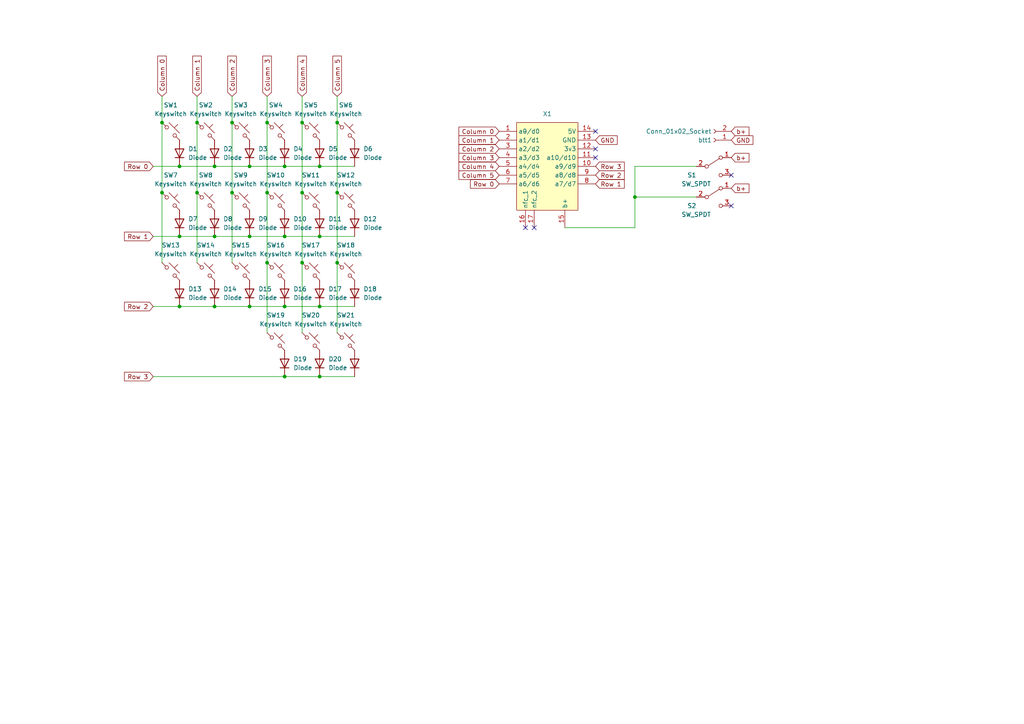
<source format=kicad_sch>
(kicad_sch (version 20230121) (generator eeschema)
  (paper "A4")
  (lib_symbols
    (symbol "Connector:Conn_01x02_Socket" (pin_names (offset 1.016) hide)
      (property "Reference" "J" (at 0 2.54 0))
      (property "Value" "Conn_01x02_Socket" (at 0 -5.08 0))
      (symbol "Conn_01x02_Socket_1_1"
        (arc (start 0 -2.032) (mid -0.5058 -2.54) (end 0 -3.048) (stroke (width 0.1524)))
        (polyline (pts (xy -1.27 -2.54) (xy -0.508 -2.54)) (stroke (width 0.1524)))
        (polyline (pts (xy -1.27 0) (xy -0.508 0)) (stroke (width 0.1524)))
        (arc (start 0 0.508) (mid -0.5058 0) (end 0 -0.508) (stroke (width 0.1524)))
        (pin passive line (at -5.08 0 0) (length 3.81) (name "Pin_1") (number "1"))
        (pin passive line (at -5.08 -2.54 0) (length 3.81) (name "Pin_2") (number "2"))
      )
    )
    (symbol "ScottoKeebs:Placeholder_Diode" (pin_numbers hide) (pin_names hide)
      (property "Reference" "D" (at 0 2.54 0))
      (property "Value" "Diode" (at 0 -2.54 0))
      (symbol "Placeholder_Diode_0_1"
        (polyline (pts (xy -1.27 1.27) (xy -1.27 -1.27)) (stroke (width 0.254)))
        (polyline (pts (xy 1.27 0) (xy -1.27 0)))
        (polyline (pts (xy 1.27 1.27) (xy 1.27 -1.27) (xy -1.27 0) (xy 1.27 1.27)) (stroke (width 0.254)))
      )
      (symbol "Placeholder_Diode_1_1"
        (pin passive line (at -3.81 0 0) (length 2.54) (name "K") (number "1"))
        (pin passive line (at 3.81 0 180) (length 2.54) (name "A") (number "2"))
      )
    )
    (symbol "ScottoKeebs:Placeholder_Keyswitch" (pin_numbers hide) (pin_names (offset 1.016) hide)
      (property "Reference" "SW" (at 3.048 1.016 0))
      (property "Value" "Keyswitch" (at 0 -3.81 0))
      (symbol "Placeholder_Keyswitch_0_1"
        (circle (center -1.1684 1.1684) (radius 0.508))
        (polyline (pts (xy -0.508 2.54) (xy 2.54 -0.508)))
        (polyline (pts (xy 1.016 1.016) (xy 2.032 2.032)))
        (polyline (pts (xy -2.54 2.54) (xy -1.524 1.524) (xy -1.524 1.524)))
        (polyline (pts (xy 1.524 -1.524) (xy 2.54 -2.54) (xy 2.54 -2.54) (xy 2.54 -2.54)))
        (circle (center 1.143 -1.1938) (radius 0.508))
        (pin passive line (at -2.54 2.54 0) (length 0) (name "1") (number "1"))
        (pin passive line (at 2.54 -2.54 180) (length 0) (name "2") (number "2"))
      )
    )
    (symbol "Switch:SW_SPDT" (pin_names (offset 0) hide)
      (property "Reference" "SW" (at 0 4.318 0))
      (property "Value" "SW_SPDT" (at 0 -5.08 0))
      (symbol "SW_SPDT_0_0"
        (circle (center -2.032 0) (radius 0.508))
        (circle (center 2.032 -2.54) (radius 0.508))
      )
      (symbol "SW_SPDT_0_1"
        (polyline (pts (xy -1.524 0.254) (xy 1.651 2.286)))
        (circle (center 2.032 2.54) (radius 0.508))
      )
      (symbol "SW_SPDT_1_1"
        (pin passive line (at 5.08 2.54 180) (length 2.54) (name "A") (number "1"))
        (pin passive line (at -5.08 0 0) (length 2.54) (name "B") (number "2"))
        (pin passive line (at 5.08 -2.54 180) (length 2.54) (name "C") (number "3"))
      )
    )
    (symbol "xiao_ble_symbol:XIAO-nRF52840"
      (property "Reference" "X" (at 0 0 0))
      (symbol "XIAO-nRF52840_1_1"
        (rectangle (start -8.89 5.08) (end 8.89 -20.32) (fill (type background)))
        (pin input line (at -13.97 2.54 0) (length 5.08) (name "a0/d0") (number "1"))
        (pin input line (at 13.97 -7.62 180) (length 5.08) (name "a9/d9") (number "10"))
        (pin input line (at 13.97 -5.08 180) (length 5.08) (name "a10/d10") (number "11"))
        (pin input line (at 13.97 -2.54 180) (length 5.08) (name "3v3") (number "12"))
        (pin input line (at 13.97 0 180) (length 5.08) (name "GND") (number "13"))
        (pin input line (at 13.97 2.54 180) (length 5.08) (name "5V") (number "14"))
        (pin input line (at 5.08 -25.4 90) (length 5.08) (name "b+") (number "15"))
        (pin input line (at -6.35 -25.4 90) (length 5.08) (name "nfc_1") (number "16"))
        (pin input line (at -3.81 -25.4 90) (length 5.08) (name "nfc_2") (number "17"))
        (pin input line (at -13.97 0 0) (length 5.08) (name "a1/d1") (number "2"))
        (pin input line (at -13.97 -2.54 0) (length 5.08) (name "a2/d2") (number "3"))
        (pin input line (at -13.97 -5.08 0) (length 5.08) (name "a3/d3") (number "4"))
        (pin input line (at -13.97 -7.62 0) (length 5.08) (name "a4/d4") (number "5"))
        (pin input line (at -13.97 -10.16 0) (length 5.08) (name "a5/d5") (number "6"))
        (pin input line (at -13.97 -12.7 0) (length 5.08) (name "a6/d6") (number "7"))
        (pin input line (at 13.97 -12.7 180) (length 5.08) (name "a7/d7") (number "8"))
        (pin input line (at 13.97 -10.16 180) (length 5.08) (name "a8/d8") (number "9"))
      )
    )
  )
  (junction (at 52.07 88.9))
  (junction (at 82.55 48.26))
  (junction (at 82.55 68.58))
  (junction (at 77.47 55.88))
  (junction (at 72.39 88.9))
  (junction (at 92.71 88.9))
  (junction (at 57.15 55.88))
  (junction (at 82.55 109.22))
  (junction (at 97.79 35.56))
  (junction (at 62.23 48.26))
  (junction (at 46.99 55.88))
  (junction (at 57.15 35.56))
  (junction (at 97.79 76.2))
  (junction (at 72.39 68.58))
  (junction (at 184.15 57.15))
  (junction (at 67.31 55.88))
  (junction (at 77.47 76.2))
  (junction (at 52.07 68.58))
  (junction (at 82.55 88.9))
  (junction (at 62.23 68.58))
  (junction (at 52.07 48.26))
  (junction (at 92.71 68.58))
  (junction (at 77.47 35.56))
  (junction (at 87.63 76.2))
  (junction (at 97.79 55.88))
  (junction (at 92.71 48.26))
  (junction (at 46.99 35.56))
  (junction (at 62.23 88.9))
  (junction (at 67.31 35.56))
  (junction (at 92.71 109.22))
  (junction (at 87.63 35.56))
  (junction (at 87.63 55.88))
  (junction (at 72.39 48.26))
  (no_connect (at 154.94 66.04))
  (no_connect (at 172.72 38.1))
  (no_connect (at 172.72 45.72))
  (no_connect (at 212.09 50.8))
  (no_connect (at 152.4 66.04))
  (no_connect (at 212.09 59.69))
  (no_connect (at 172.72 43.18))
  (wire (pts (xy 92.71 68.58) (xy 102.87 68.58)))
  (wire (pts (xy 87.63 76.2) (xy 87.63 96.52)))
  (wire (pts (xy 97.79 76.2) (xy 97.79 96.52)))
  (wire (pts (xy 46.99 35.56) (xy 46.99 55.88)))
  (wire (pts (xy 44.45 48.26) (xy 52.07 48.26)))
  (wire (pts (xy 52.07 48.26) (xy 62.23 48.26)))
  (wire (pts (xy 57.15 27.94) (xy 57.15 35.56)))
  (wire (pts (xy 92.71 88.9) (xy 102.87 88.9)))
  (wire (pts (xy 184.15 48.26) (xy 201.93 48.26)))
  (wire (pts (xy 82.55 68.58) (xy 92.71 68.58)))
  (wire (pts (xy 82.55 88.9) (xy 92.71 88.9)))
  (wire (pts (xy 77.47 55.88) (xy 77.47 76.2)))
  (wire (pts (xy 57.15 55.88) (xy 57.15 76.2)))
  (wire (pts (xy 46.99 27.94) (xy 46.99 35.56)))
  (wire (pts (xy 52.07 88.9) (xy 62.23 88.9)))
  (wire (pts (xy 82.55 109.22) (xy 92.71 109.22)))
  (wire (pts (xy 72.39 48.26) (xy 82.55 48.26)))
  (wire (pts (xy 184.15 57.15) (xy 184.15 48.26)))
  (wire (pts (xy 67.31 35.56) (xy 67.31 55.88)))
  (wire (pts (xy 52.07 68.58) (xy 62.23 68.58)))
  (wire (pts (xy 44.45 88.9) (xy 52.07 88.9)))
  (wire (pts (xy 46.99 55.88) (xy 46.99 76.2)))
  (wire (pts (xy 92.71 48.26) (xy 102.87 48.26)))
  (wire (pts (xy 82.55 48.26) (xy 92.71 48.26)))
  (wire (pts (xy 184.15 66.04) (xy 184.15 57.15)))
  (wire (pts (xy 62.23 48.26) (xy 72.39 48.26)))
  (wire (pts (xy 67.31 55.88) (xy 67.31 76.2)))
  (wire (pts (xy 92.71 109.22) (xy 102.87 109.22)))
  (wire (pts (xy 87.63 35.56) (xy 87.63 55.88)))
  (wire (pts (xy 77.47 76.2) (xy 77.47 96.52)))
  (wire (pts (xy 97.79 55.88) (xy 97.79 76.2)))
  (wire (pts (xy 163.83 66.04) (xy 184.15 66.04)))
  (wire (pts (xy 72.39 68.58) (xy 82.55 68.58)))
  (wire (pts (xy 72.39 88.9) (xy 82.55 88.9)))
  (wire (pts (xy 77.47 27.94) (xy 77.47 35.56)))
  (wire (pts (xy 62.23 88.9) (xy 72.39 88.9)))
  (wire (pts (xy 87.63 55.88) (xy 87.63 76.2)))
  (wire (pts (xy 57.15 35.56) (xy 57.15 55.88)))
  (wire (pts (xy 44.45 109.22) (xy 82.55 109.22)))
  (wire (pts (xy 97.79 35.56) (xy 97.79 55.88)))
  (wire (pts (xy 184.15 57.15) (xy 201.93 57.15)))
  (wire (pts (xy 44.45 68.58) (xy 52.07 68.58)))
  (wire (pts (xy 67.31 27.94) (xy 67.31 35.56)))
  (wire (pts (xy 62.23 68.58) (xy 72.39 68.58)))
  (wire (pts (xy 87.63 27.94) (xy 87.63 35.56)))
  (wire (pts (xy 97.79 27.94) (xy 97.79 35.56)))
  (wire (pts (xy 77.47 35.56) (xy 77.47 55.88)))
  (global_label "GND" (shape input) (at 212.09 40.64 0) (property "Intersheetrefs" "${INTERSHEET_REFS}" (effects hide)))
  (global_label "GND" (shape input) (at 172.72 40.64 0) (property "Intersheetrefs" "${INTERSHEET_REFS}" (effects hide)))
  (global_label "b+" (shape input) (at 212.09 54.61 0) (property "Intersheetrefs" "${INTERSHEET_REFS}" (effects hide)))
  (global_label "Row 3" (shape input) (at 172.72 48.26 0) (property "Intersheetrefs" "${INTERSHEET_REFS}" (effects hide)))
  (global_label "Row 0" (shape input) (at 144.78 53.34 180) (property "Intersheetrefs" "${INTERSHEET_REFS}" (effects hide)))
  (global_label "Row 2" (shape input) (at 172.72 50.8 0) (property "Intersheetrefs" "${INTERSHEET_REFS}" (effects hide)))
  (global_label "b+" (shape input) (at 212.09 45.72 0) (property "Intersheetrefs" "${INTERSHEET_REFS}" (effects hide)))
  (global_label "Column 0" (shape input) (at 46.99 27.94 90) (property "Intersheetrefs" "${INTERSHEET_REFS}" (effects hide)))
  (global_label "Row 1" (shape input) (at 44.45 68.58 180) (property "Intersheetrefs" "${INTERSHEET_REFS}" (effects hide)))
  (global_label "Row 1" (shape input) (at 172.72 53.34 0) (property "Intersheetrefs" "${INTERSHEET_REFS}" (effects hide)))
  (global_label "Column 3" (shape input) (at 144.78 45.72 180) (property "Intersheetrefs" "${INTERSHEET_REFS}" (effects hide)))
  (global_label "b+" (shape input) (at 212.09 38.1 0) (property "Intersheetrefs" "${INTERSHEET_REFS}" (effects hide)))
  (global_label "Column 4" (shape input) (at 87.63 27.94 90) (property "Intersheetrefs" "${INTERSHEET_REFS}" (effects hide)))
  (global_label "Column 5" (shape input) (at 97.79 27.94 90) (property "Intersheetrefs" "${INTERSHEET_REFS}" (effects hide)))
  (global_label "Column 3" (shape input) (at 77.47 27.94 90) (property "Intersheetrefs" "${INTERSHEET_REFS}" (effects hide)))
  (global_label "Column 2" (shape input) (at 67.31 27.94 90) (property "Intersheetrefs" "${INTERSHEET_REFS}" (effects hide)))
  (global_label "Row 3" (shape input) (at 44.45 109.22 180) (property "Intersheetrefs" "${INTERSHEET_REFS}" (effects hide)))
  (global_label "Column 5" (shape input) (at 144.78 50.8 180) (property "Intersheetrefs" "${INTERSHEET_REFS}" (effects hide)))
  (global_label "Column 0" (shape input) (at 144.78 38.1 180) (property "Intersheetrefs" "${INTERSHEET_REFS}" (effects hide)))
  (global_label "Row 2" (shape input) (at 44.45 88.9 180) (property "Intersheetrefs" "${INTERSHEET_REFS}" (effects hide)))
  (global_label "Column 1" (shape input) (at 57.15 27.94 90) (property "Intersheetrefs" "${INTERSHEET_REFS}" (effects hide)))
  (global_label "Row 0" (shape input) (at 44.45 48.26 180) (property "Intersheetrefs" "${INTERSHEET_REFS}" (effects hide)))
  (global_label "Column 4" (shape input) (at 144.78 48.26 180) (property "Intersheetrefs" "${INTERSHEET_REFS}" (effects hide)))
  (global_label "Column 2" (shape input) (at 144.78 43.18 180) (property "Intersheetrefs" "${INTERSHEET_REFS}" (effects hide)))
  (global_label "Column 1" (shape input) (at 144.78 40.64 180) (property "Intersheetrefs" "${INTERSHEET_REFS}" (effects hide)))
  (symbol (lib_id "ScottoKeebs:Placeholder_Keyswitch") (at 59.69 78.74 0) (unit 1)
    (property "Reference" "SW14" (at 59.69 71.12 0))
    (property "Value" "Keyswitch" (at 59.69 73.66 0))
    (property "Footprint" "ScottoKeebs_MX:MX_PCB_1.00u_reversible" (effects hide))
  )
  (symbol (lib_id "ScottoKeebs:Placeholder_Diode") (at 82.55 105.41 90) (unit 1)
    (property "Reference" "D19" (at 85.09 104.14 90) (effects (justify right)))
    (property "Value" "Diode" (at 85.09 106.68 90) (effects (justify right)))
    (property "Footprint" "keyboard_reversible.pretty-main:ComboDiode" (effects hide))
    (property "Sim.Device" "D" (effects hide))
    (property "Sim.Pins" "1=K 2=A" (effects hide))
  )
  (symbol (lib_id "ScottoKeebs:Placeholder_Keyswitch") (at 100.33 58.42 0) (unit 1)
    (property "Reference" "SW12" (at 100.33 50.8 0))
    (property "Value" "Keyswitch" (at 100.33 53.34 0))
    (property "Footprint" "ScottoKeebs_MX:MX_PCB_1.00u_reversible" (effects hide))
  )
  (symbol (lib_id "ScottoKeebs:Placeholder_Diode") (at 102.87 105.41 90) (unit 1)
    (property "Reference" "D21" (effects hide))
    (property "Value" "Diode" (effects hide))
    (property "Footprint" "keyboard_reversible.pretty-main:ComboDiode" (effects hide))
    (property "Sim.Device" "D" (effects hide))
    (property "Sim.Pins" "1=K 2=A" (effects hide))
  )
  (symbol (lib_id "ScottoKeebs:Placeholder_Diode") (at 52.07 44.45 90) (unit 1)
    (property "Reference" "D1" (at 54.61 43.18 90) (effects (justify right)))
    (property "Value" "Diode" (at 54.61 45.72 90) (effects (justify right)))
    (property "Footprint" "keyboard_reversible.pretty-main:ComboDiode" (effects hide))
    (property "Sim.Device" "D" (effects hide))
    (property "Sim.Pins" "1=K 2=A" (effects hide))
  )
  (symbol (lib_id "ScottoKeebs:Placeholder_Diode") (at 52.07 85.09 90) (unit 1)
    (property "Reference" "D13" (at 54.61 83.82 90) (effects (justify right)))
    (property "Value" "Diode" (at 54.61 86.36 90) (effects (justify right)))
    (property "Footprint" "keyboard_reversible.pretty-main:ComboDiode" (effects hide))
    (property "Sim.Device" "D" (effects hide))
    (property "Sim.Pins" "1=K 2=A" (effects hide))
  )
  (symbol (lib_id "ScottoKeebs:Placeholder_Keyswitch") (at 49.53 78.74 0) (unit 1)
    (property "Reference" "SW13" (at 49.53 71.12 0))
    (property "Value" "Keyswitch" (at 49.53 73.66 0))
    (property "Footprint" "ScottoKeebs_MX:MX_PCB_1.00u_reversible" (effects hide))
  )
  (symbol (lib_id "ScottoKeebs:Placeholder_Keyswitch") (at 100.33 99.06 0) (unit 1)
    (property "Reference" "SW21" (at 100.33 91.44 0))
    (property "Value" "Keyswitch" (at 100.33 93.98 0))
    (property "Footprint" "ScottoKeebs_MX:MX_PCB_1.00u_reversible" (effects hide))
  )
  (symbol (lib_id "ScottoKeebs:Placeholder_Keyswitch") (at 90.17 38.1 0) (unit 1)
    (property "Reference" "SW5" (at 90.17 30.48 0))
    (property "Value" "Keyswitch" (at 90.17 33.02 0))
    (property "Footprint" "ScottoKeebs_MX:MX_PCB_1.00u_reversible" (effects hide))
  )
  (symbol (lib_id "ScottoKeebs:Placeholder_Keyswitch") (at 80.01 58.42 0) (unit 1)
    (property "Reference" "SW10" (at 80.01 50.8 0))
    (property "Value" "Keyswitch" (at 80.01 53.34 0))
    (property "Footprint" "ScottoKeebs_MX:MX_PCB_1.00u_reversible" (effects hide))
  )
  (symbol (lib_id "ScottoKeebs:Placeholder_Diode") (at 92.71 85.09 90) (unit 1)
    (property "Reference" "D17" (at 95.25 83.82 90) (effects (justify right)))
    (property "Value" "Diode" (at 95.25 86.36 90) (effects (justify right)))
    (property "Footprint" "keyboard_reversible.pretty-main:ComboDiode" (effects hide))
    (property "Sim.Device" "D" (effects hide))
    (property "Sim.Pins" "1=K 2=A" (effects hide))
  )
  (symbol (lib_id "Switch:SW_SPDT") (at 207.01 48.26 0) (unit 1)
    (property "Reference" "S1" (at 200.66 50.8 0))
    (property "Value" "SW_SPDT" (at 201.93 53.34 0))
    (property "Footprint" "Button_Switch_SMD:SW_SPDT_PCM12" (effects hide))
  )
  (symbol (lib_id "ScottoKeebs:Placeholder_Diode") (at 72.39 85.09 90) (unit 1)
    (property "Reference" "D15" (at 74.93 83.82 90) (effects (justify right)))
    (property "Value" "Diode" (at 74.93 86.36 90) (effects (justify right)))
    (property "Footprint" "keyboard_reversible.pretty-main:ComboDiode" (effects hide))
    (property "Sim.Device" "D" (effects hide))
    (property "Sim.Pins" "1=K 2=A" (effects hide))
  )
  (symbol (lib_id "ScottoKeebs:Placeholder_Keyswitch") (at 59.69 38.1 0) (unit 1)
    (property "Reference" "SW2" (at 59.69 30.48 0))
    (property "Value" "Keyswitch" (at 59.69 33.02 0))
    (property "Footprint" "ScottoKeebs_MX:MX_PCB_1.00u_reversible" (effects hide))
  )
  (symbol (lib_id "Connector:Conn_01x02_Socket") (at 207.01 40.64 180) (unit 1)
    (property "Reference" "btt1" (at 204.47 40.64 0))
    (property "Value" "Conn_01x02_Socket" (at 196.85 38.1 0))
    (property "Footprint" "Connector_Wire:SolderWire-0.1sqmm_1x02_P3.6mm_D0.4mm_OD1mm" (effects hide))
  )
  (symbol (lib_id "ScottoKeebs:Placeholder_Diode") (at 82.55 85.09 90) (unit 1)
    (property "Reference" "D16" (at 85.09 83.82 90) (effects (justify right)))
    (property "Value" "Diode" (at 85.09 86.36 90) (effects (justify right)))
    (property "Footprint" "keyboard_reversible.pretty-main:ComboDiode" (effects hide))
    (property "Sim.Device" "D" (effects hide))
    (property "Sim.Pins" "1=K 2=A" (effects hide))
  )
  (symbol (lib_id "ScottoKeebs:Placeholder_Diode") (at 62.23 85.09 90) (unit 1)
    (property "Reference" "D14" (at 64.77 83.82 90) (effects (justify right)))
    (property "Value" "Diode" (at 64.77 86.36 90) (effects (justify right)))
    (property "Footprint" "keyboard_reversible.pretty-main:ComboDiode" (effects hide))
    (property "Sim.Device" "D" (effects hide))
    (property "Sim.Pins" "1=K 2=A" (effects hide))
  )
  (symbol (lib_id "ScottoKeebs:Placeholder_Diode") (at 62.23 64.77 90) (unit 1)
    (property "Reference" "D8" (at 64.77 63.5 90) (effects (justify right)))
    (property "Value" "Diode" (at 64.77 66.04 90) (effects (justify right)))
    (property "Footprint" "keyboard_reversible.pretty-main:ComboDiode" (effects hide))
    (property "Sim.Device" "D" (effects hide))
    (property "Sim.Pins" "1=K 2=A" (effects hide))
  )
  (symbol (lib_id "ScottoKeebs:Placeholder_Keyswitch") (at 59.69 58.42 0) (unit 1)
    (property "Reference" "SW8" (at 59.69 50.8 0))
    (property "Value" "Keyswitch" (at 59.69 53.34 0))
    (property "Footprint" "ScottoKeebs_MX:MX_PCB_1.00u_reversible" (effects hide))
  )
  (symbol (lib_id "ScottoKeebs:Placeholder_Keyswitch") (at 90.17 78.74 0) (unit 1)
    (property "Reference" "SW17" (at 90.17 71.12 0))
    (property "Value" "Keyswitch" (at 90.17 73.66 0))
    (property "Footprint" "ScottoKeebs_MX:MX_PCB_1.00u_reversible" (effects hide))
  )
  (symbol (lib_id "ScottoKeebs:Placeholder_Diode") (at 62.23 44.45 90) (unit 1)
    (property "Reference" "D2" (at 64.77 43.18 90) (effects (justify right)))
    (property "Value" "Diode" (at 64.77 45.72 90) (effects (justify right)))
    (property "Footprint" "keyboard_reversible.pretty-main:ComboDiode" (effects hide))
    (property "Sim.Device" "D" (effects hide))
    (property "Sim.Pins" "1=K 2=A" (effects hide))
  )
  (symbol (lib_id "ScottoKeebs:Placeholder_Keyswitch") (at 80.01 99.06 0) (unit 1)
    (property "Reference" "SW19" (at 80.01 91.44 0))
    (property "Value" "Keyswitch" (at 80.01 93.98 0))
    (property "Footprint" "ScottoKeebs_MX:MX_PCB_1.00u_reversible" (effects hide))
  )
  (symbol (lib_id "ScottoKeebs:Placeholder_Diode") (at 92.71 44.45 90) (unit 1)
    (property "Reference" "D5" (at 95.25 43.18 90) (effects (justify right)))
    (property "Value" "Diode" (at 95.25 45.72 90) (effects (justify right)))
    (property "Footprint" "keyboard_reversible.pretty-main:ComboDiode" (effects hide))
    (property "Sim.Device" "D" (effects hide))
    (property "Sim.Pins" "1=K 2=A" (effects hide))
  )
  (symbol (lib_id "ScottoKeebs:Placeholder_Diode") (at 102.87 85.09 90) (unit 1)
    (property "Reference" "D18" (at 105.41 83.82 90) (effects (justify right)))
    (property "Value" "Diode" (at 105.41 86.36 90) (effects (justify right)))
    (property "Footprint" "keyboard_reversible.pretty-main:ComboDiode" (effects hide))
    (property "Sim.Device" "D" (effects hide))
    (property "Sim.Pins" "1=K 2=A" (effects hide))
  )
  (symbol (lib_id "ScottoKeebs:Placeholder_Diode") (at 82.55 44.45 90) (unit 1)
    (property "Reference" "D4" (at 85.09 43.18 90) (effects (justify right)))
    (property "Value" "Diode" (at 85.09 45.72 90) (effects (justify right)))
    (property "Footprint" "keyboard_reversible.pretty-main:ComboDiode" (effects hide))
    (property "Sim.Device" "D" (effects hide))
    (property "Sim.Pins" "1=K 2=A" (effects hide))
  )
  (symbol (lib_id "ScottoKeebs:Placeholder_Keyswitch") (at 69.85 78.74 0) (unit 1)
    (property "Reference" "SW15" (at 69.85 71.12 0))
    (property "Value" "Keyswitch" (at 69.85 73.66 0))
    (property "Footprint" "ScottoKeebs_MX:MX_PCB_1.00u_reversible" (effects hide))
  )
  (symbol (lib_id "ScottoKeebs:Placeholder_Keyswitch") (at 69.85 38.1 0) (unit 1)
    (property "Reference" "SW3" (at 69.85 30.48 0))
    (property "Value" "Keyswitch" (at 69.85 33.02 0))
    (property "Footprint" "ScottoKeebs_MX:MX_PCB_1.00u_reversible" (effects hide))
  )
  (symbol (lib_id "ScottoKeebs:Placeholder_Diode") (at 102.87 44.45 90) (unit 1)
    (property "Reference" "D6" (at 105.41 43.18 90) (effects (justify right)))
    (property "Value" "Diode" (at 105.41 45.72 90) (effects (justify right)))
    (property "Footprint" "keyboard_reversible.pretty-main:ComboDiode" (effects hide))
    (property "Sim.Device" "D" (effects hide))
    (property "Sim.Pins" "1=K 2=A" (effects hide))
  )
  (symbol (lib_id "ScottoKeebs:Placeholder_Keyswitch") (at 80.01 38.1 0) (unit 1)
    (property "Reference" "SW4" (at 80.01 30.48 0))
    (property "Value" "Keyswitch" (at 80.01 33.02 0))
    (property "Footprint" "ScottoKeebs_MX:MX_PCB_1.00u_reversible" (effects hide))
  )
  (symbol (lib_id "ScottoKeebs:Placeholder_Diode") (at 92.71 64.77 90) (unit 1)
    (property "Reference" "D11" (at 95.25 63.5 90) (effects (justify right)))
    (property "Value" "Diode" (at 95.25 66.04 90) (effects (justify right)))
    (property "Footprint" "keyboard_reversible.pretty-main:ComboDiode" (effects hide))
    (property "Sim.Device" "D" (effects hide))
    (property "Sim.Pins" "1=K 2=A" (effects hide))
  )
  (symbol (lib_id "Switch:SW_SPDT") (at 207.01 57.15 0) (unit 1)
    (property "Reference" "S2" (at 200.66 59.69 0))
    (property "Value" "SW_SPDT" (at 201.93 62.23 0))
    (property "Footprint" "Button_Switch_SMD:SW_SPDT_PCM12" (effects hide))
  )
  (symbol (lib_id "ScottoKeebs:Placeholder_Keyswitch") (at 100.33 78.74 0) (unit 1)
    (property "Reference" "SW18" (at 100.33 71.12 0))
    (property "Value" "Keyswitch" (at 100.33 73.66 0))
    (property "Footprint" "ScottoKeebs_MX:MX_PCB_1.00u_reversible" (effects hide))
  )
  (symbol (lib_id "ScottoKeebs:Placeholder_Keyswitch") (at 100.33 38.1 0) (unit 1)
    (property "Reference" "SW6" (at 100.33 30.48 0))
    (property "Value" "Keyswitch" (at 100.33 33.02 0))
    (property "Footprint" "ScottoKeebs_MX:MX_PCB_1.00u_reversible" (effects hide))
  )
  (symbol (lib_id "ScottoKeebs:Placeholder_Keyswitch") (at 49.53 58.42 0) (unit 1)
    (property "Reference" "SW7" (at 49.53 50.8 0))
    (property "Value" "Keyswitch" (at 49.53 53.34 0))
    (property "Footprint" "ScottoKeebs_MX:MX_PCB_1.00u_reversible" (effects hide))
  )
  (symbol (lib_id "ScottoKeebs:Placeholder_Keyswitch") (at 69.85 58.42 0) (unit 1)
    (property "Reference" "SW9" (at 69.85 50.8 0))
    (property "Value" "Keyswitch" (at 69.85 53.34 0))
    (property "Footprint" "ScottoKeebs_MX:MX_PCB_1.00u_reversible" (effects hide))
  )
  (symbol (lib_id "ScottoKeebs:Placeholder_Diode") (at 82.55 64.77 90) (unit 1)
    (property "Reference" "D10" (at 85.09 63.5 90) (effects (justify right)))
    (property "Value" "Diode" (at 85.09 66.04 90) (effects (justify right)))
    (property "Footprint" "keyboard_reversible.pretty-main:ComboDiode" (effects hide))
    (property "Sim.Device" "D" (effects hide))
    (property "Sim.Pins" "1=K 2=A" (effects hide))
  )
  (symbol (lib_id "ScottoKeebs:Placeholder_Keyswitch") (at 49.53 38.1 0) (unit 1)
    (property "Reference" "SW1" (at 49.53 30.48 0))
    (property "Value" "Keyswitch" (at 49.53 33.02 0))
    (property "Footprint" "ScottoKeebs_MX:MX_PCB_1.00u_reversible" (effects hide))
  )
  (symbol (lib_id "ScottoKeebs:Placeholder_Diode") (at 92.71 105.41 90) (unit 1)
    (property "Reference" "D20" (at 95.25 104.14 90) (effects (justify right)))
    (property "Value" "Diode" (at 95.25 106.68 90) (effects (justify right)))
    (property "Footprint" "keyboard_reversible.pretty-main:ComboDiode" (effects hide))
    (property "Sim.Device" "D" (effects hide))
    (property "Sim.Pins" "1=K 2=A" (effects hide))
  )
  (symbol (lib_id "xiao_ble_symbol:XIAO-nRF52840") (at 158.75 40.64 0) (unit 1)
    (property "Reference" "X1" (at 158.75 33.02 0))
    (property "Value" "~" (at 152.4 38.1 0))
    (property "Footprint" "beemans silly keyboard library:Xiao Reversible" (effects hide))
  )
  (symbol (lib_id "ScottoKeebs:Placeholder_Keyswitch") (at 80.01 78.74 0) (unit 1)
    (property "Reference" "SW16" (at 80.01 71.12 0))
    (property "Value" "Keyswitch" (at 80.01 73.66 0))
    (property "Footprint" "ScottoKeebs_MX:MX_PCB_1.00u_reversible" (effects hide))
  )
  (symbol (lib_id "ScottoKeebs:Placeholder_Diode") (at 72.39 44.45 90) (unit 1)
    (property "Reference" "D3" (at 74.93 43.18 90) (effects (justify right)))
    (property "Value" "Diode" (at 74.93 45.72 90) (effects (justify right)))
    (property "Footprint" "keyboard_reversible.pretty-main:ComboDiode" (effects hide))
    (property "Sim.Device" "D" (effects hide))
    (property "Sim.Pins" "1=K 2=A" (effects hide))
  )
  (symbol (lib_id "ScottoKeebs:Placeholder_Diode") (at 72.39 64.77 90) (unit 1)
    (property "Reference" "D9" (at 74.93 63.5 90) (effects (justify right)))
    (property "Value" "Diode" (at 74.93 66.04 90) (effects (justify right)))
    (property "Footprint" "keyboard_reversible.pretty-main:ComboDiode" (effects hide))
    (property "Sim.Device" "D" (effects hide))
    (property "Sim.Pins" "1=K 2=A" (effects hide))
  )
  (symbol (lib_id "ScottoKeebs:Placeholder_Keyswitch") (at 90.17 99.06 0) (unit 1)
    (property "Reference" "SW20" (at 90.17 91.44 0))
    (property "Value" "Keyswitch" (at 90.17 93.98 0))
    (property "Footprint" "ScottoKeebs_MX:MX_PCB_1.00u_reversible" (effects hide))
  )
  (symbol (lib_id "ScottoKeebs:Placeholder_Keyswitch") (at 90.17 58.42 0) (unit 1)
    (property "Reference" "SW11" (at 90.17 50.8 0))
    (property "Value" "Keyswitch" (at 90.17 53.34 0))
    (property "Footprint" "ScottoKeebs_MX:MX_PCB_1.00u_reversible" (effects hide))
  )
  (symbol (lib_id "ScottoKeebs:Placeholder_Diode") (at 52.07 64.77 90) (unit 1)
    (property "Reference" "D7" (at 54.61 63.5 90) (effects (justify right)))
    (property "Value" "Diode" (at 54.61 66.04 90) (effects (justify right)))
    (property "Footprint" "keyboard_reversible.pretty-main:ComboDiode" (effects hide))
    (property "Sim.Device" "D" (effects hide))
    (property "Sim.Pins" "1=K 2=A" (effects hide))
  )
  (symbol (lib_id "ScottoKeebs:Placeholder_Diode") (at 102.87 64.77 90) (unit 1)
    (property "Reference" "D12" (at 105.41 63.5 90) (effects (justify right)))
    (property "Value" "Diode" (at 105.41 66.04 90) (effects (justify right)))
    (property "Footprint" "keyboard_reversible.pretty-main:ComboDiode" (effects hide))
    (property "Sim.Device" "D" (effects hide))
    (property "Sim.Pins" "1=K 2=A" (effects hide))
  )
)
</source>
